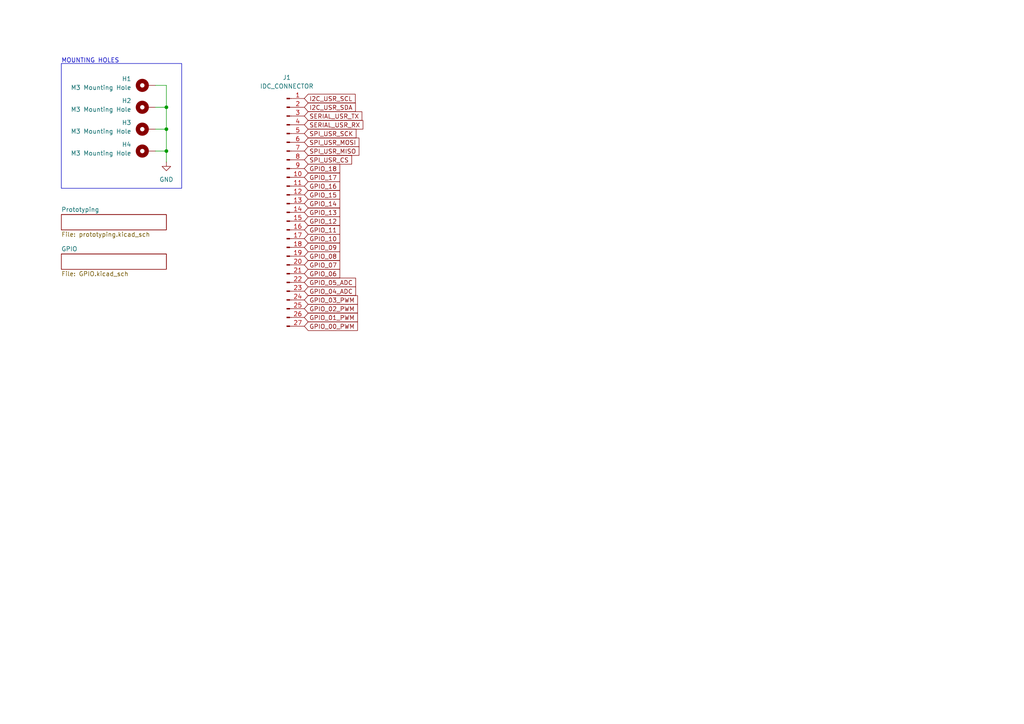
<source format=kicad_sch>
(kicad_sch (version 20250114) (generator "eeschema") (generator_version "9.0")
  (paper "A4")
  (lib_symbols
    (symbol "Connector:Conn_01x27_Pin" (pin_names (offset 1.016) (hide yes))
      (property "Reference" "J" (at 0 35.56 0))
      (property "Value" "Conn_01x27_Pin" (at 0 -35.56 0))
      (symbol "Conn_01x27_Pin_1_1"
        (rectangle (start 0.8636 33.147) (end 0 32.893) (stroke (width 0.1524)) (fill (type outline)))
        (rectangle (start 0.8636 30.607) (end 0 30.353) (stroke (width 0.1524)) (fill (type outline)))
        (rectangle (start 0.8636 28.067) (end 0 27.813) (stroke (width 0.1524)) (fill (type outline)))
        (rectangle (start 0.8636 25.527) (end 0 25.273) (stroke (width 0.1524)) (fill (type outline)))
        (rectangle (start 0.8636 22.987) (end 0 22.733) (stroke (width 0.1524)) (fill (type outline)))
        (rectangle (start 0.8636 20.447) (end 0 20.193) (stroke (width 0.1524)) (fill (type outline)))
        (rectangle (start 0.8636 17.907) (end 0 17.653) (stroke (width 0.1524)) (fill (type outline)))
        (rectangle (start 0.8636 15.367) (end 0 15.113) (stroke (width 0.1524)) (fill (type outline)))
        (rectangle (start 0.8636 12.827) (end 0 12.573) (stroke (width 0.1524)) (fill (type outline)))
        (rectangle (start 0.8636 10.287) (end 0 10.033) (stroke (width 0.1524)) (fill (type outline)))
        (rectangle (start 0.8636 7.747) (end 0 7.493) (stroke (width 0.1524)) (fill (type outline)))
        (rectangle (start 0.8636 5.207) (end 0 4.953) (stroke (width 0.1524)) (fill (type outline)))
        (rectangle (start 0.8636 2.667) (end 0 2.413) (stroke (width 0.1524)) (fill (type outline)))
        (rectangle (start 0.8636 0.127) (end 0 -0.127) (stroke (width 0.1524)) (fill (type outline)))
        (rectangle (start 0.8636 -2.413) (end 0 -2.667) (stroke (width 0.1524)) (fill (type outline)))
        (rectangle (start 0.8636 -4.953) (end 0 -5.207) (stroke (width 0.1524)) (fill (type outline)))
        (rectangle (start 0.8636 -7.493) (end 0 -7.747) (stroke (width 0.1524)) (fill (type outline)))
        (rectangle (start 0.8636 -10.033) (end 0 -10.287) (stroke (width 0.1524)) (fill (type outline)))
        (rectangle (start 0.8636 -12.573) (end 0 -12.827) (stroke (width 0.1524)) (fill (type outline)))
        (rectangle (start 0.8636 -15.113) (end 0 -15.367) (stroke (width 0.1524)) (fill (type outline)))
        (rectangle (start 0.8636 -17.653) (end 0 -17.907) (stroke (width 0.1524)) (fill (type outline)))
        (rectangle (start 0.8636 -20.193) (end 0 -20.447) (stroke (width 0.1524)) (fill (type outline)))
        (rectangle (start 0.8636 -22.733) (end 0 -22.987) (stroke (width 0.1524)) (fill (type outline)))
        (rectangle (start 0.8636 -25.273) (end 0 -25.527) (stroke (width 0.1524)) (fill (type outline)))
        (rectangle (start 0.8636 -27.813) (end 0 -28.067) (stroke (width 0.1524)) (fill (type outline)))
        (rectangle (start 0.8636 -30.353) (end 0 -30.607) (stroke (width 0.1524)) (fill (type outline)))
        (rectangle (start 0.8636 -32.893) (end 0 -33.147) (stroke (width 0.1524)) (fill (type outline)))
        (polyline (pts (xy 1.27 33.02) (xy 0.8636 33.02)) (stroke (width 0.1524)))
        (polyline (pts (xy 1.27 30.48) (xy 0.8636 30.48)) (stroke (width 0.1524)))
        (polyline (pts (xy 1.27 27.94) (xy 0.8636 27.94)) (stroke (width 0.1524)))
        (polyline (pts (xy 1.27 25.4) (xy 0.8636 25.4)) (stroke (width 0.1524)))
        (polyline (pts (xy 1.27 22.86) (xy 0.8636 22.86)) (stroke (width 0.1524)))
        (polyline (pts (xy 1.27 20.32) (xy 0.8636 20.32)) (stroke (width 0.1524)))
        (polyline (pts (xy 1.27 17.78) (xy 0.8636 17.78)) (stroke (width 0.1524)))
        (polyline (pts (xy 1.27 15.24) (xy 0.8636 15.24)) (stroke (width 0.1524)))
        (polyline (pts (xy 1.27 12.7) (xy 0.8636 12.7)) (stroke (width 0.1524)))
        (polyline (pts (xy 1.27 10.16) (xy 0.8636 10.16)) (stroke (width 0.1524)))
        (polyline (pts (xy 1.27 7.62) (xy 0.8636 7.62)) (stroke (width 0.1524)))
        (polyline (pts (xy 1.27 5.08) (xy 0.8636 5.08)) (stroke (width 0.1524)))
        (polyline (pts (xy 1.27 2.54) (xy 0.8636 2.54)) (stroke (width 0.1524)))
        (polyline (pts (xy 1.27 0) (xy 0.8636 0)) (stroke (width 0.1524)))
        (polyline (pts (xy 1.27 -2.54) (xy 0.8636 -2.54)) (stroke (width 0.1524)))
        (polyline (pts (xy 1.27 -5.08) (xy 0.8636 -5.08)) (stroke (width 0.1524)))
        (polyline (pts (xy 1.27 -7.62) (xy 0.8636 -7.62)) (stroke (width 0.1524)))
        (polyline (pts (xy 1.27 -10.16) (xy 0.8636 -10.16)) (stroke (width 0.1524)))
        (polyline (pts (xy 1.27 -12.7) (xy 0.8636 -12.7)) (stroke (width 0.1524)))
        (polyline (pts (xy 1.27 -15.24) (xy 0.8636 -15.24)) (stroke (width 0.1524)))
        (polyline (pts (xy 1.27 -17.78) (xy 0.8636 -17.78)) (stroke (width 0.1524)))
        (polyline (pts (xy 1.27 -20.32) (xy 0.8636 -20.32)) (stroke (width 0.1524)))
        (polyline (pts (xy 1.27 -22.86) (xy 0.8636 -22.86)) (stroke (width 0.1524)))
        (polyline (pts (xy 1.27 -25.4) (xy 0.8636 -25.4)) (stroke (width 0.1524)))
        (polyline (pts (xy 1.27 -27.94) (xy 0.8636 -27.94)) (stroke (width 0.1524)))
        (polyline (pts (xy 1.27 -30.48) (xy 0.8636 -30.48)) (stroke (width 0.1524)))
        (polyline (pts (xy 1.27 -33.02) (xy 0.8636 -33.02)) (stroke (width 0.1524)))
        (pin passive line (at 5.08 33.02 180) (length 3.81) (name "Pin_1") (number "1"))
        (pin passive line (at 5.08 30.48 180) (length 3.81) (name "Pin_2") (number "2"))
        (pin passive line (at 5.08 27.94 180) (length 3.81) (name "Pin_3") (number "3"))
        (pin passive line (at 5.08 25.4 180) (length 3.81) (name "Pin_4") (number "4"))
        (pin passive line (at 5.08 22.86 180) (length 3.81) (name "Pin_5") (number "5"))
        (pin passive line (at 5.08 20.32 180) (length 3.81) (name "Pin_6") (number "6"))
        (pin passive line (at 5.08 17.78 180) (length 3.81) (name "Pin_7") (number "7"))
        (pin passive line (at 5.08 15.24 180) (length 3.81) (name "Pin_8") (number "8"))
        (pin passive line (at 5.08 12.7 180) (length 3.81) (name "Pin_9") (number "9"))
        (pin passive line (at 5.08 10.16 180) (length 3.81) (name "Pin_10") (number "10"))
        (pin passive line (at 5.08 7.62 180) (length 3.81) (name "Pin_11") (number "11"))
        (pin passive line (at 5.08 5.08 180) (length 3.81) (name "Pin_12") (number "12"))
        (pin passive line (at 5.08 2.54 180) (length 3.81) (name "Pin_13") (number "13"))
        (pin passive line (at 5.08 0 180) (length 3.81) (name "Pin_14") (number "14"))
        (pin passive line (at 5.08 -2.54 180) (length 3.81) (name "Pin_15") (number "15"))
        (pin passive line (at 5.08 -5.08 180) (length 3.81) (name "Pin_16") (number "16"))
        (pin passive line (at 5.08 -7.62 180) (length 3.81) (name "Pin_17") (number "17"))
        (pin passive line (at 5.08 -10.16 180) (length 3.81) (name "Pin_18") (number "18"))
        (pin passive line (at 5.08 -12.7 180) (length 3.81) (name "Pin_19") (number "19"))
        (pin passive line (at 5.08 -15.24 180) (length 3.81) (name "Pin_20") (number "20"))
        (pin passive line (at 5.08 -17.78 180) (length 3.81) (name "Pin_21") (number "21"))
        (pin passive line (at 5.08 -20.32 180) (length 3.81) (name "Pin_22") (number "22"))
        (pin passive line (at 5.08 -22.86 180) (length 3.81) (name "Pin_23") (number "23"))
        (pin passive line (at 5.08 -25.4 180) (length 3.81) (name "Pin_24") (number "24"))
        (pin passive line (at 5.08 -27.94 180) (length 3.81) (name "Pin_25") (number "25"))
        (pin passive line (at 5.08 -30.48 180) (length 3.81) (name "Pin_26") (number "26"))
        (pin passive line (at 5.08 -33.02 180) (length 3.81) (name "Pin_27") (number "27"))
      )
    )
    (symbol "GND_1" (power) (pin_numbers (hide yes)) (pin_names (offset 0) (hide yes))
      (property "Value" "GND" (at 0 -3.81 0))
      (symbol "GND_1_0_1"
        (polyline (pts (xy 0 0) (xy 0 -1.27) (xy 1.27 -1.27) (xy 0 -2.54) (xy -1.27 -1.27) (xy 0 -1.27)))
      )
      (symbol "GND_1_1_1"
        (pin power_in line (at 0 0 270) (length 0) (name "~") (number "1"))
      )
    )
    (symbol "Mechanical:MountingHole_Pad" (pin_numbers (hide yes)) (pin_names (offset 1.016) (hide yes))
      (property "Reference" "H" (at 0 6.35 0))
      (property "Value" "MountingHole_Pad" (at 0 4.445 0))
      (symbol "MountingHole_Pad_0_1"
        (circle (center 0 1.27) (radius 1.27) (stroke (width 1.27)))
      )
      (symbol "MountingHole_Pad_1_1"
        (pin input line (at 0 -2.54 90) (length 2.54) (name "1") (number "1"))
      )
    )
  )
  (rectangle (start 17.78 18.415) (end 52.705 54.61))
  (text "MOUNTING HOLES" (at 17.78 18.415 0) (effects (font (size 1.27 1.27)) (justify left bottom)))
  (junction (at 48.26 43.815))
  (junction (at 48.26 31.115))
  (junction (at 48.26 37.465))
  (wire (pts (xy 45.085 43.815) (xy 48.26 43.815)))
  (wire (pts (xy 45.085 24.765) (xy 48.26 24.765)))
  (wire (pts (xy 45.085 37.465) (xy 48.26 37.465)))
  (wire (pts (xy 48.26 31.115) (xy 48.26 37.465)))
  (wire (pts (xy 48.26 37.465) (xy 48.26 43.815)))
  (wire (pts (xy 45.085 31.115) (xy 48.26 31.115)))
  (wire (pts (xy 48.26 24.765) (xy 48.26 31.115)))
  (wire (pts (xy 48.26 43.815) (xy 48.26 46.99)))
  (global_label "GPIO_18" (shape input) (at 88.265 48.895 0) (property "Intersheetrefs" "${INTERSHEET_REFS}" (effects (hide yes))))
  (global_label "SPI_USR_SCK" (shape input) (at 88.265 38.735 0) (property "Intersheetrefs" "${INTERSHEET_REFS}" (effects (hide yes))))
  (global_label "GPIO_16" (shape input) (at 88.265 53.975 0) (property "Intersheetrefs" "${INTERSHEET_REFS}" (effects (hide yes))))
  (global_label "GPIO_11" (shape input) (at 88.265 66.675 0) (property "Intersheetrefs" "${INTERSHEET_REFS}" (effects (hide yes))))
  (global_label "SPI_USR_CS" (shape input) (at 88.265 46.355 0) (property "Intersheetrefs" "${INTERSHEET_REFS}" (effects (hide yes))))
  (global_label "GPIO_03_PWM" (shape input) (at 88.265 86.995 0) (property "Intersheetrefs" "${INTERSHEET_REFS}" (effects (hide yes))))
  (global_label "GPIO_17" (shape input) (at 88.265 51.435 0) (property "Intersheetrefs" "${INTERSHEET_REFS}" (effects (hide yes))))
  (global_label "GPIO_09" (shape input) (at 88.265 71.755 0) (property "Intersheetrefs" "${INTERSHEET_REFS}" (effects (hide yes))))
  (global_label "I2C_USR_SCL" (shape input) (at 88.265 28.575 0) (property "Intersheetrefs" "${INTERSHEET_REFS}" (effects (hide yes))))
  (global_label "GPIO_15" (shape input) (at 88.265 56.515 0) (property "Intersheetrefs" "${INTERSHEET_REFS}" (effects (hide yes))))
  (global_label "GPIO_14" (shape input) (at 88.265 59.055 0) (property "Intersheetrefs" "${INTERSHEET_REFS}" (effects (hide yes))))
  (global_label "GPIO_06" (shape input) (at 88.265 79.375 0) (property "Intersheetrefs" "${INTERSHEET_REFS}" (effects (hide yes))))
  (global_label "SERIAL_USR_TX" (shape input) (at 88.265 33.655 0) (property "Intersheetrefs" "${INTERSHEET_REFS}" (effects (hide yes))))
  (global_label "I2C_USR_SDA" (shape input) (at 88.265 31.115 0) (property "Intersheetrefs" "${INTERSHEET_REFS}" (effects (hide yes))))
  (global_label "GPIO_04_ADC" (shape input) (at 88.265 84.455 0) (property "Intersheetrefs" "${INTERSHEET_REFS}" (effects (hide yes))))
  (global_label "GPIO_01_PWM" (shape input) (at 88.265 92.075 0) (property "Intersheetrefs" "${INTERSHEET_REFS}" (effects (hide yes))))
  (global_label "GPIO_10" (shape input) (at 88.265 69.215 0) (property "Intersheetrefs" "${INTERSHEET_REFS}" (effects (hide yes))))
  (global_label "GPIO_13" (shape input) (at 88.265 61.595 0) (property "Intersheetrefs" "${INTERSHEET_REFS}" (effects (hide yes))))
  (global_label "GPIO_07" (shape input) (at 88.265 76.835 0) (property "Intersheetrefs" "${INTERSHEET_REFS}" (effects (hide yes))))
  (global_label "GPIO_05_ADC" (shape input) (at 88.265 81.915 0) (property "Intersheetrefs" "${INTERSHEET_REFS}" (effects (hide yes))))
  (global_label "GPIO_12" (shape input) (at 88.265 64.135 0) (property "Intersheetrefs" "${INTERSHEET_REFS}" (effects (hide yes))))
  (global_label "GPIO_02_PWM" (shape input) (at 88.265 89.535 0) (property "Intersheetrefs" "${INTERSHEET_REFS}" (effects (hide yes))))
  (global_label "SERIAL_USR_RX" (shape input) (at 88.265 36.195 0) (property "Intersheetrefs" "${INTERSHEET_REFS}" (effects (hide yes))))
  (global_label "SPI_USR_MOSI" (shape input) (at 88.265 41.275 0) (property "Intersheetrefs" "${INTERSHEET_REFS}" (effects (hide yes))))
  (global_label "GPIO_08" (shape input) (at 88.265 74.295 0) (property "Intersheetrefs" "${INTERSHEET_REFS}" (effects (hide yes))))
  (global_label "GPIO_00_PWM" (shape input) (at 88.265 94.615 0) (property "Intersheetrefs" "${INTERSHEET_REFS}" (effects (hide yes))))
  (global_label "SPI_USR_MISO" (shape input) (at 88.265 43.815 0) (property "Intersheetrefs" "${INTERSHEET_REFS}" (effects (hide yes))))
  (symbol (lib_id "Mechanical:MountingHole_Pad") (at 42.545 37.465 90) (unit 1) (in_bom no)
    (property "Reference" "H3" (at 38.1 35.56 90) (effects (justify left)))
    (property "Value" "M3 Mounting Hole" (at 38.1 38.1 90) (effects (justify left)))
    (property "Footprint" "MountingHole:MountingHole_3.2mm_M3_Pad_Via" (effects (hide yes)))
  )
  (symbol (lib_id "Mechanical:MountingHole_Pad") (at 42.545 43.815 90) (unit 1) (in_bom no)
    (property "Reference" "H4" (at 38.1 41.91 90) (effects (justify left)))
    (property "Value" "M3 Mounting Hole" (at 38.1 44.45 90) (effects (justify left)))
    (property "Footprint" "MountingHole:MountingHole_3.2mm_M3_Pad_Via" (effects (hide yes)))
  )
  (symbol (lib_id "Mechanical:MountingHole_Pad") (at 42.545 24.765 90) (unit 1) (in_bom no)
    (property "Reference" "H1" (at 38.1 22.86 90) (effects (justify left)))
    (property "Value" "M3 Mounting Hole" (at 38.1 25.4 90) (effects (justify left)))
    (property "Footprint" "MountingHole:MountingHole_3.2mm_M3_Pad_Via" (effects (hide yes)))
  )
  (symbol (lib_name "GND_1") (lib_id "power:GND") (at 48.26 46.99 0) (unit 1)
    (property "Reference" "#PWR010" (effects (hide yes)))
    (property "Value" "GND" (at 48.26 52.07 0))
    (property "Description" "Power symbol creates a global label with name \"GND\" , ground" (effects (hide yes)))
  )
  (symbol (lib_id "Mechanical:MountingHole_Pad") (at 42.545 31.115 90) (unit 1) (in_bom no)
    (property "Reference" "H2" (at 38.1 29.21 90) (effects (justify left)))
    (property "Value" "M3 Mounting Hole" (at 38.1 31.75 90) (effects (justify left)))
    (property "Footprint" "MountingHole:MountingHole_3.2mm_M3_Pad_Via" (effects (hide yes)))
  )
  (symbol (lib_id "Connector:Conn_01x27_Pin") (at 83.185 61.595 0) (unit 1)
    (property "Reference" "J1" (at 83.185 22.479 0))
    (property "Value" "IDC_CONNECTOR" (at 83.185 25.019 0))
    (property "Footprint" "Connector_PinHeader_2.54mm:PinHeader_1x27_P2.54mm_Vertical" (effects (hide yes)))
    (property "Description" "Generic connector, single row, 01x27, script generated" (effects (hide yes)))
  )
  (sheet (at 17.78 62.23) (size 30.48 4.445) (stroke (width 0.1524))
    (property "Sheetname" "Prototyping" (at 17.78 61.5184 0) (effects (justify left bottom)))
    (property "Sheetfile" "prototyping.kicad_sch" (at 17.78 67.2596 0) (effects (justify left top)))
  )
  (sheet (at 17.78 73.66) (size 30.48 4.445) (stroke (width 0.1524))
    (property "Sheetname" "GPIO" (at 17.78 72.9484 0) (effects (justify left bottom)))
    (property "Sheetfile" "GPIO.kicad_sch" (at 17.78 78.6896 0) (effects (justify left top)))
  )
)
</source>
